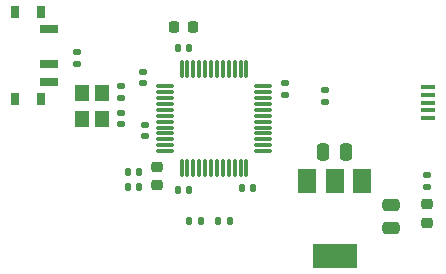
<source format=gbr>
%TF.GenerationSoftware,KiCad,Pcbnew,7.0.5-1.fc38*%
%TF.CreationDate,2023-06-26T00:30:19+03:00*%
%TF.ProjectId,stm32,73746d33-322e-46b6-9963-61645f706362,1.0*%
%TF.SameCoordinates,Original*%
%TF.FileFunction,Paste,Top*%
%TF.FilePolarity,Positive*%
%FSLAX46Y46*%
G04 Gerber Fmt 4.6, Leading zero omitted, Abs format (unit mm)*
G04 Created by KiCad (PCBNEW 7.0.5-1.fc38) date 2023-06-26 00:30:19*
%MOMM*%
%LPD*%
G01*
G04 APERTURE LIST*
G04 Aperture macros list*
%AMRoundRect*
0 Rectangle with rounded corners*
0 $1 Rounding radius*
0 $2 $3 $4 $5 $6 $7 $8 $9 X,Y pos of 4 corners*
0 Add a 4 corners polygon primitive as box body*
4,1,4,$2,$3,$4,$5,$6,$7,$8,$9,$2,$3,0*
0 Add four circle primitives for the rounded corners*
1,1,$1+$1,$2,$3*
1,1,$1+$1,$4,$5*
1,1,$1+$1,$6,$7*
1,1,$1+$1,$8,$9*
0 Add four rect primitives between the rounded corners*
20,1,$1+$1,$2,$3,$4,$5,0*
20,1,$1+$1,$4,$5,$6,$7,0*
20,1,$1+$1,$6,$7,$8,$9,0*
20,1,$1+$1,$8,$9,$2,$3,0*%
G04 Aperture macros list end*
%ADD10R,0.800000X1.000000*%
%ADD11R,1.500000X0.700000*%
%ADD12R,1.200000X1.400000*%
%ADD13R,1.500000X2.000000*%
%ADD14R,3.800000X2.000000*%
%ADD15RoundRect,0.075000X-0.662500X-0.075000X0.662500X-0.075000X0.662500X0.075000X-0.662500X0.075000X0*%
%ADD16RoundRect,0.075000X-0.075000X-0.662500X0.075000X-0.662500X0.075000X0.662500X-0.075000X0.662500X0*%
%ADD17RoundRect,0.135000X-0.135000X-0.185000X0.135000X-0.185000X0.135000X0.185000X-0.135000X0.185000X0*%
%ADD18RoundRect,0.135000X0.135000X0.185000X-0.135000X0.185000X-0.135000X-0.185000X0.135000X-0.185000X0*%
%ADD19RoundRect,0.135000X0.185000X-0.135000X0.185000X0.135000X-0.185000X0.135000X-0.185000X-0.135000X0*%
%ADD20RoundRect,0.135000X-0.185000X0.135000X-0.185000X-0.135000X0.185000X-0.135000X0.185000X0.135000X0*%
%ADD21R,1.300000X0.450000*%
%ADD22RoundRect,0.218750X-0.256250X0.218750X-0.256250X-0.218750X0.256250X-0.218750X0.256250X0.218750X0*%
%ADD23RoundRect,0.250000X-0.250000X-0.475000X0.250000X-0.475000X0.250000X0.475000X-0.250000X0.475000X0*%
%ADD24RoundRect,0.250000X0.475000X-0.250000X0.475000X0.250000X-0.475000X0.250000X-0.475000X-0.250000X0*%
%ADD25RoundRect,0.140000X0.170000X-0.140000X0.170000X0.140000X-0.170000X0.140000X-0.170000X-0.140000X0*%
%ADD26RoundRect,0.140000X-0.140000X-0.170000X0.140000X-0.170000X0.140000X0.170000X-0.140000X0.170000X0*%
%ADD27RoundRect,0.140000X0.140000X0.170000X-0.140000X0.170000X-0.140000X-0.170000X0.140000X-0.170000X0*%
%ADD28RoundRect,0.225000X-0.225000X-0.250000X0.225000X-0.250000X0.225000X0.250000X-0.225000X0.250000X0*%
%ADD29RoundRect,0.140000X-0.170000X0.140000X-0.170000X-0.140000X0.170000X-0.140000X0.170000X0.140000X0*%
G04 APERTURE END LIST*
D10*
%TO.C,SW1*%
X110980000Y-57050000D03*
X108770000Y-49750000D03*
X108770000Y-57050000D03*
X110980000Y-49750000D03*
D11*
X111630000Y-51150000D03*
X111630000Y-54150000D03*
X111630000Y-55650000D03*
%TD*%
D12*
%TO.C,Y1*%
X114400000Y-56620000D03*
X114400000Y-58820000D03*
X116100000Y-58820000D03*
X116100000Y-56620000D03*
%TD*%
D13*
%TO.C,U2*%
X138100000Y-64050000D03*
D14*
X135800000Y-70350000D03*
D13*
X135800000Y-64050000D03*
X133500000Y-64050000D03*
%TD*%
D15*
%TO.C,U1*%
X121425000Y-56000000D03*
X121425000Y-56500000D03*
X121425000Y-57000000D03*
X121425000Y-57500000D03*
X121425000Y-58000000D03*
X121425000Y-58500000D03*
X121425000Y-59000000D03*
X121425000Y-59500000D03*
X121425000Y-60000000D03*
X121425000Y-60500000D03*
X121425000Y-61000000D03*
X121425000Y-61500000D03*
D16*
X122837500Y-62912500D03*
X123337500Y-62912500D03*
X123837500Y-62912500D03*
X124337500Y-62912500D03*
X124837500Y-62912500D03*
X125337500Y-62912500D03*
X125837500Y-62912500D03*
X126337500Y-62912500D03*
X126837500Y-62912500D03*
X127337500Y-62912500D03*
X127837500Y-62912500D03*
X128337500Y-62912500D03*
D15*
X129750000Y-61500000D03*
X129750000Y-61000000D03*
X129750000Y-60500000D03*
X129750000Y-60000000D03*
X129750000Y-59500000D03*
X129750000Y-59000000D03*
X129750000Y-58500000D03*
X129750000Y-58000000D03*
X129750000Y-57500000D03*
X129750000Y-57000000D03*
X129750000Y-56500000D03*
X129750000Y-56000000D03*
D16*
X128337500Y-54587500D03*
X127837500Y-54587500D03*
X127337500Y-54587500D03*
X126837500Y-54587500D03*
X126337500Y-54587500D03*
X125837500Y-54587500D03*
X125337500Y-54587500D03*
X124837500Y-54587500D03*
X124337500Y-54587500D03*
X123837500Y-54587500D03*
X123337500Y-54587500D03*
X122837500Y-54587500D03*
%TD*%
D17*
%TO.C,R5*%
X126910000Y-67400000D03*
X125890000Y-67400000D03*
%TD*%
D18*
%TO.C,R4*%
X124510000Y-67400000D03*
X123490000Y-67400000D03*
%TD*%
D19*
%TO.C,R3*%
X143600000Y-64510000D03*
X143600000Y-63490000D03*
%TD*%
D20*
%TO.C,R2*%
X135000000Y-57310000D03*
X135000000Y-56290000D03*
%TD*%
D19*
%TO.C,R1*%
X114000000Y-54110000D03*
X114000000Y-53090000D03*
%TD*%
D21*
%TO.C,J1*%
X143700000Y-58700000D03*
X143700000Y-58050000D03*
X143700000Y-57400000D03*
X143700000Y-56750000D03*
X143700000Y-56100000D03*
%TD*%
D22*
%TO.C,FB1*%
X120800000Y-62812500D03*
X120800000Y-64387500D03*
%TD*%
%TO.C,D1*%
X143600000Y-66012500D03*
X143600000Y-67587500D03*
%TD*%
D23*
%TO.C,C13*%
X134850000Y-61600000D03*
X136750000Y-61600000D03*
%TD*%
D24*
%TO.C,C12*%
X140600000Y-68000000D03*
X140600000Y-66100000D03*
%TD*%
D25*
%TO.C,C11*%
X117750000Y-59200000D03*
X117750000Y-58240000D03*
%TD*%
%TO.C,C10*%
X117750000Y-56970000D03*
X117750000Y-56010000D03*
%TD*%
D26*
%TO.C,C9*%
X122520000Y-64750000D03*
X123480000Y-64750000D03*
%TD*%
D27*
%TO.C,C8*%
X119280000Y-64500000D03*
X118320000Y-64500000D03*
%TD*%
%TO.C,C7*%
X119280000Y-63250000D03*
X118320000Y-63250000D03*
%TD*%
D25*
%TO.C,C6*%
X119750000Y-59290000D03*
X119750000Y-60250000D03*
%TD*%
D28*
%TO.C,C5*%
X122225000Y-51000000D03*
X123775000Y-51000000D03*
%TD*%
D25*
%TO.C,C4*%
X119587500Y-55730000D03*
X119587500Y-54770000D03*
%TD*%
D27*
%TO.C,C3*%
X128880000Y-64600000D03*
X127920000Y-64600000D03*
%TD*%
D29*
%TO.C,C2*%
X131587500Y-55770000D03*
X131587500Y-56730000D03*
%TD*%
D26*
%TO.C,C1*%
X123480000Y-52750000D03*
X122520000Y-52750000D03*
%TD*%
M02*

</source>
